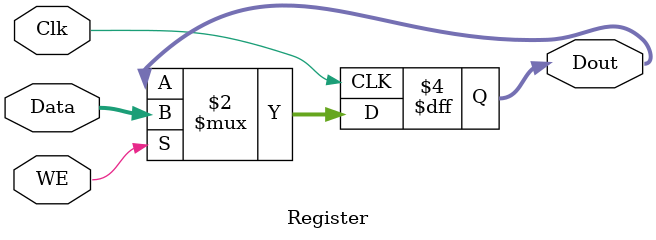
<source format=v>
`timescale 1ns / 1ps

module Register(
    input Clk,
    input [31:0] Data,
    input WE,
    output reg[31:0] Dout
    );
	
	// With every Positive Edge of the Clock
	always @(posedge Clk)begin
		// If Write is Enabled we store the new Data
		if (WE)begin
			Dout <= Data;
		end
	end
		
endmodule


</source>
